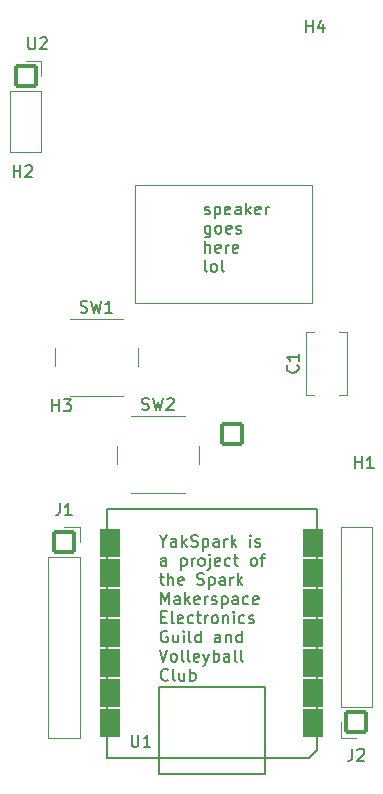
<source format=gto>
%TF.GenerationSoftware,KiCad,Pcbnew,7.0.1*%
%TF.CreationDate,2023-04-13T23:50:02-04:00*%
%TF.ProjectId,YakBak-soldering-kit,59616b42-616b-42d7-936f-6c646572696e,rev?*%
%TF.SameCoordinates,Original*%
%TF.FileFunction,Legend,Top*%
%TF.FilePolarity,Positive*%
%FSLAX46Y46*%
G04 Gerber Fmt 4.6, Leading zero omitted, Abs format (unit mm)*
G04 Created by KiCad (PCBNEW 7.0.1) date 2023-04-13 23:50:02*
%MOMM*%
%LPD*%
G01*
G04 APERTURE LIST*
G04 Aperture macros list*
%AMRoundRect*
0 Rectangle with rounded corners*
0 $1 Rounding radius*
0 $2 $3 $4 $5 $6 $7 $8 $9 X,Y pos of 4 corners*
0 Add a 4 corners polygon primitive as box body*
4,1,4,$2,$3,$4,$5,$6,$7,$8,$9,$2,$3,0*
0 Add four circle primitives for the rounded corners*
1,1,$1+$1,$2,$3*
1,1,$1+$1,$4,$5*
1,1,$1+$1,$6,$7*
1,1,$1+$1,$8,$9*
0 Add four rect primitives between the rounded corners*
20,1,$1+$1,$2,$3,$4,$5,0*
20,1,$1+$1,$4,$5,$6,$7,0*
20,1,$1+$1,$6,$7,$8,$9,0*
20,1,$1+$1,$8,$9,$2,$3,0*%
G04 Aperture macros list end*
%ADD10C,0.050000*%
%ADD11C,0.153000*%
%ADD12C,0.160000*%
%ADD13C,0.120000*%
%ADD14C,0.127000*%
%ADD15RoundRect,0.200000X0.850000X0.850000X-0.850000X0.850000X-0.850000X-0.850000X0.850000X-0.850000X0*%
%ADD16O,2.100000X2.100000*%
%ADD17C,2.400000*%
%ADD18RoundRect,0.200000X-0.850000X-0.850000X0.850000X-0.850000X0.850000X0.850000X-0.850000X0.850000X0*%
%ADD19RoundRect,1.200000X0.875000X0.000000X-0.875000X0.000000X-0.875000X0.000000X0.875000X0.000000X0*%
%ADD20C,2.900000*%
%ADD21C,2.000000*%
%ADD22C,1.800000*%
%ADD23O,1.800000X1.800000*%
%ADD24RoundRect,0.200000X-0.850000X0.850000X-0.850000X-0.850000X0.850000X-0.850000X0.850000X0.850000X0*%
G04 APERTURE END LIST*
D10*
X118540000Y-64168002D02*
X118540000Y-74167999D01*
X103540000Y-74168001D01*
X103540000Y-64168000D01*
X118540000Y-64168002D01*
D11*
X109410476Y-66598000D02*
X109505714Y-66645619D01*
X109505714Y-66645619D02*
X109696190Y-66645619D01*
X109696190Y-66645619D02*
X109791428Y-66598000D01*
X109791428Y-66598000D02*
X109839047Y-66502761D01*
X109839047Y-66502761D02*
X109839047Y-66455142D01*
X109839047Y-66455142D02*
X109791428Y-66359904D01*
X109791428Y-66359904D02*
X109696190Y-66312285D01*
X109696190Y-66312285D02*
X109553333Y-66312285D01*
X109553333Y-66312285D02*
X109458095Y-66264666D01*
X109458095Y-66264666D02*
X109410476Y-66169428D01*
X109410476Y-66169428D02*
X109410476Y-66121809D01*
X109410476Y-66121809D02*
X109458095Y-66026571D01*
X109458095Y-66026571D02*
X109553333Y-65978952D01*
X109553333Y-65978952D02*
X109696190Y-65978952D01*
X109696190Y-65978952D02*
X109791428Y-66026571D01*
X110267619Y-65978952D02*
X110267619Y-66978952D01*
X110267619Y-66026571D02*
X110362857Y-65978952D01*
X110362857Y-65978952D02*
X110553333Y-65978952D01*
X110553333Y-65978952D02*
X110648571Y-66026571D01*
X110648571Y-66026571D02*
X110696190Y-66074190D01*
X110696190Y-66074190D02*
X110743809Y-66169428D01*
X110743809Y-66169428D02*
X110743809Y-66455142D01*
X110743809Y-66455142D02*
X110696190Y-66550380D01*
X110696190Y-66550380D02*
X110648571Y-66598000D01*
X110648571Y-66598000D02*
X110553333Y-66645619D01*
X110553333Y-66645619D02*
X110362857Y-66645619D01*
X110362857Y-66645619D02*
X110267619Y-66598000D01*
X111553333Y-66598000D02*
X111458095Y-66645619D01*
X111458095Y-66645619D02*
X111267619Y-66645619D01*
X111267619Y-66645619D02*
X111172381Y-66598000D01*
X111172381Y-66598000D02*
X111124762Y-66502761D01*
X111124762Y-66502761D02*
X111124762Y-66121809D01*
X111124762Y-66121809D02*
X111172381Y-66026571D01*
X111172381Y-66026571D02*
X111267619Y-65978952D01*
X111267619Y-65978952D02*
X111458095Y-65978952D01*
X111458095Y-65978952D02*
X111553333Y-66026571D01*
X111553333Y-66026571D02*
X111600952Y-66121809D01*
X111600952Y-66121809D02*
X111600952Y-66217047D01*
X111600952Y-66217047D02*
X111124762Y-66312285D01*
X112458095Y-66645619D02*
X112458095Y-66121809D01*
X112458095Y-66121809D02*
X112410476Y-66026571D01*
X112410476Y-66026571D02*
X112315238Y-65978952D01*
X112315238Y-65978952D02*
X112124762Y-65978952D01*
X112124762Y-65978952D02*
X112029524Y-66026571D01*
X112458095Y-66598000D02*
X112362857Y-66645619D01*
X112362857Y-66645619D02*
X112124762Y-66645619D01*
X112124762Y-66645619D02*
X112029524Y-66598000D01*
X112029524Y-66598000D02*
X111981905Y-66502761D01*
X111981905Y-66502761D02*
X111981905Y-66407523D01*
X111981905Y-66407523D02*
X112029524Y-66312285D01*
X112029524Y-66312285D02*
X112124762Y-66264666D01*
X112124762Y-66264666D02*
X112362857Y-66264666D01*
X112362857Y-66264666D02*
X112458095Y-66217047D01*
X112934286Y-66645619D02*
X112934286Y-65645619D01*
X113029524Y-66264666D02*
X113315238Y-66645619D01*
X113315238Y-65978952D02*
X112934286Y-66359904D01*
X114124762Y-66598000D02*
X114029524Y-66645619D01*
X114029524Y-66645619D02*
X113839048Y-66645619D01*
X113839048Y-66645619D02*
X113743810Y-66598000D01*
X113743810Y-66598000D02*
X113696191Y-66502761D01*
X113696191Y-66502761D02*
X113696191Y-66121809D01*
X113696191Y-66121809D02*
X113743810Y-66026571D01*
X113743810Y-66026571D02*
X113839048Y-65978952D01*
X113839048Y-65978952D02*
X114029524Y-65978952D01*
X114029524Y-65978952D02*
X114124762Y-66026571D01*
X114124762Y-66026571D02*
X114172381Y-66121809D01*
X114172381Y-66121809D02*
X114172381Y-66217047D01*
X114172381Y-66217047D02*
X113696191Y-66312285D01*
X114600953Y-66645619D02*
X114600953Y-65978952D01*
X114600953Y-66169428D02*
X114648572Y-66074190D01*
X114648572Y-66074190D02*
X114696191Y-66026571D01*
X114696191Y-66026571D02*
X114791429Y-65978952D01*
X114791429Y-65978952D02*
X114886667Y-65978952D01*
X109886666Y-67598952D02*
X109886666Y-68408476D01*
X109886666Y-68408476D02*
X109839047Y-68503714D01*
X109839047Y-68503714D02*
X109791428Y-68551333D01*
X109791428Y-68551333D02*
X109696190Y-68598952D01*
X109696190Y-68598952D02*
X109553333Y-68598952D01*
X109553333Y-68598952D02*
X109458095Y-68551333D01*
X109886666Y-68218000D02*
X109791428Y-68265619D01*
X109791428Y-68265619D02*
X109600952Y-68265619D01*
X109600952Y-68265619D02*
X109505714Y-68218000D01*
X109505714Y-68218000D02*
X109458095Y-68170380D01*
X109458095Y-68170380D02*
X109410476Y-68075142D01*
X109410476Y-68075142D02*
X109410476Y-67789428D01*
X109410476Y-67789428D02*
X109458095Y-67694190D01*
X109458095Y-67694190D02*
X109505714Y-67646571D01*
X109505714Y-67646571D02*
X109600952Y-67598952D01*
X109600952Y-67598952D02*
X109791428Y-67598952D01*
X109791428Y-67598952D02*
X109886666Y-67646571D01*
X110505714Y-68265619D02*
X110410476Y-68218000D01*
X110410476Y-68218000D02*
X110362857Y-68170380D01*
X110362857Y-68170380D02*
X110315238Y-68075142D01*
X110315238Y-68075142D02*
X110315238Y-67789428D01*
X110315238Y-67789428D02*
X110362857Y-67694190D01*
X110362857Y-67694190D02*
X110410476Y-67646571D01*
X110410476Y-67646571D02*
X110505714Y-67598952D01*
X110505714Y-67598952D02*
X110648571Y-67598952D01*
X110648571Y-67598952D02*
X110743809Y-67646571D01*
X110743809Y-67646571D02*
X110791428Y-67694190D01*
X110791428Y-67694190D02*
X110839047Y-67789428D01*
X110839047Y-67789428D02*
X110839047Y-68075142D01*
X110839047Y-68075142D02*
X110791428Y-68170380D01*
X110791428Y-68170380D02*
X110743809Y-68218000D01*
X110743809Y-68218000D02*
X110648571Y-68265619D01*
X110648571Y-68265619D02*
X110505714Y-68265619D01*
X111648571Y-68218000D02*
X111553333Y-68265619D01*
X111553333Y-68265619D02*
X111362857Y-68265619D01*
X111362857Y-68265619D02*
X111267619Y-68218000D01*
X111267619Y-68218000D02*
X111220000Y-68122761D01*
X111220000Y-68122761D02*
X111220000Y-67741809D01*
X111220000Y-67741809D02*
X111267619Y-67646571D01*
X111267619Y-67646571D02*
X111362857Y-67598952D01*
X111362857Y-67598952D02*
X111553333Y-67598952D01*
X111553333Y-67598952D02*
X111648571Y-67646571D01*
X111648571Y-67646571D02*
X111696190Y-67741809D01*
X111696190Y-67741809D02*
X111696190Y-67837047D01*
X111696190Y-67837047D02*
X111220000Y-67932285D01*
X112077143Y-68218000D02*
X112172381Y-68265619D01*
X112172381Y-68265619D02*
X112362857Y-68265619D01*
X112362857Y-68265619D02*
X112458095Y-68218000D01*
X112458095Y-68218000D02*
X112505714Y-68122761D01*
X112505714Y-68122761D02*
X112505714Y-68075142D01*
X112505714Y-68075142D02*
X112458095Y-67979904D01*
X112458095Y-67979904D02*
X112362857Y-67932285D01*
X112362857Y-67932285D02*
X112220000Y-67932285D01*
X112220000Y-67932285D02*
X112124762Y-67884666D01*
X112124762Y-67884666D02*
X112077143Y-67789428D01*
X112077143Y-67789428D02*
X112077143Y-67741809D01*
X112077143Y-67741809D02*
X112124762Y-67646571D01*
X112124762Y-67646571D02*
X112220000Y-67598952D01*
X112220000Y-67598952D02*
X112362857Y-67598952D01*
X112362857Y-67598952D02*
X112458095Y-67646571D01*
X109458095Y-69885619D02*
X109458095Y-68885619D01*
X109886666Y-69885619D02*
X109886666Y-69361809D01*
X109886666Y-69361809D02*
X109839047Y-69266571D01*
X109839047Y-69266571D02*
X109743809Y-69218952D01*
X109743809Y-69218952D02*
X109600952Y-69218952D01*
X109600952Y-69218952D02*
X109505714Y-69266571D01*
X109505714Y-69266571D02*
X109458095Y-69314190D01*
X110743809Y-69838000D02*
X110648571Y-69885619D01*
X110648571Y-69885619D02*
X110458095Y-69885619D01*
X110458095Y-69885619D02*
X110362857Y-69838000D01*
X110362857Y-69838000D02*
X110315238Y-69742761D01*
X110315238Y-69742761D02*
X110315238Y-69361809D01*
X110315238Y-69361809D02*
X110362857Y-69266571D01*
X110362857Y-69266571D02*
X110458095Y-69218952D01*
X110458095Y-69218952D02*
X110648571Y-69218952D01*
X110648571Y-69218952D02*
X110743809Y-69266571D01*
X110743809Y-69266571D02*
X110791428Y-69361809D01*
X110791428Y-69361809D02*
X110791428Y-69457047D01*
X110791428Y-69457047D02*
X110315238Y-69552285D01*
X111220000Y-69885619D02*
X111220000Y-69218952D01*
X111220000Y-69409428D02*
X111267619Y-69314190D01*
X111267619Y-69314190D02*
X111315238Y-69266571D01*
X111315238Y-69266571D02*
X111410476Y-69218952D01*
X111410476Y-69218952D02*
X111505714Y-69218952D01*
X112220000Y-69838000D02*
X112124762Y-69885619D01*
X112124762Y-69885619D02*
X111934286Y-69885619D01*
X111934286Y-69885619D02*
X111839048Y-69838000D01*
X111839048Y-69838000D02*
X111791429Y-69742761D01*
X111791429Y-69742761D02*
X111791429Y-69361809D01*
X111791429Y-69361809D02*
X111839048Y-69266571D01*
X111839048Y-69266571D02*
X111934286Y-69218952D01*
X111934286Y-69218952D02*
X112124762Y-69218952D01*
X112124762Y-69218952D02*
X112220000Y-69266571D01*
X112220000Y-69266571D02*
X112267619Y-69361809D01*
X112267619Y-69361809D02*
X112267619Y-69457047D01*
X112267619Y-69457047D02*
X111791429Y-69552285D01*
X109600952Y-71505619D02*
X109505714Y-71458000D01*
X109505714Y-71458000D02*
X109458095Y-71362761D01*
X109458095Y-71362761D02*
X109458095Y-70505619D01*
X110124762Y-71505619D02*
X110029524Y-71458000D01*
X110029524Y-71458000D02*
X109981905Y-71410380D01*
X109981905Y-71410380D02*
X109934286Y-71315142D01*
X109934286Y-71315142D02*
X109934286Y-71029428D01*
X109934286Y-71029428D02*
X109981905Y-70934190D01*
X109981905Y-70934190D02*
X110029524Y-70886571D01*
X110029524Y-70886571D02*
X110124762Y-70838952D01*
X110124762Y-70838952D02*
X110267619Y-70838952D01*
X110267619Y-70838952D02*
X110362857Y-70886571D01*
X110362857Y-70886571D02*
X110410476Y-70934190D01*
X110410476Y-70934190D02*
X110458095Y-71029428D01*
X110458095Y-71029428D02*
X110458095Y-71315142D01*
X110458095Y-71315142D02*
X110410476Y-71410380D01*
X110410476Y-71410380D02*
X110362857Y-71458000D01*
X110362857Y-71458000D02*
X110267619Y-71505619D01*
X110267619Y-71505619D02*
X110124762Y-71505619D01*
X111029524Y-71505619D02*
X110934286Y-71458000D01*
X110934286Y-71458000D02*
X110886667Y-71362761D01*
X110886667Y-71362761D02*
X110886667Y-70505619D01*
X105928571Y-94311428D02*
X105928571Y-94787619D01*
X105595238Y-93787619D02*
X105928571Y-94311428D01*
X105928571Y-94311428D02*
X106261904Y-93787619D01*
X107023809Y-94787619D02*
X107023809Y-94263809D01*
X107023809Y-94263809D02*
X106976190Y-94168571D01*
X106976190Y-94168571D02*
X106880952Y-94120952D01*
X106880952Y-94120952D02*
X106690476Y-94120952D01*
X106690476Y-94120952D02*
X106595238Y-94168571D01*
X107023809Y-94740000D02*
X106928571Y-94787619D01*
X106928571Y-94787619D02*
X106690476Y-94787619D01*
X106690476Y-94787619D02*
X106595238Y-94740000D01*
X106595238Y-94740000D02*
X106547619Y-94644761D01*
X106547619Y-94644761D02*
X106547619Y-94549523D01*
X106547619Y-94549523D02*
X106595238Y-94454285D01*
X106595238Y-94454285D02*
X106690476Y-94406666D01*
X106690476Y-94406666D02*
X106928571Y-94406666D01*
X106928571Y-94406666D02*
X107023809Y-94359047D01*
X107500000Y-94787619D02*
X107500000Y-93787619D01*
X107595238Y-94406666D02*
X107880952Y-94787619D01*
X107880952Y-94120952D02*
X107500000Y-94501904D01*
X108261905Y-94740000D02*
X108404762Y-94787619D01*
X108404762Y-94787619D02*
X108642857Y-94787619D01*
X108642857Y-94787619D02*
X108738095Y-94740000D01*
X108738095Y-94740000D02*
X108785714Y-94692380D01*
X108785714Y-94692380D02*
X108833333Y-94597142D01*
X108833333Y-94597142D02*
X108833333Y-94501904D01*
X108833333Y-94501904D02*
X108785714Y-94406666D01*
X108785714Y-94406666D02*
X108738095Y-94359047D01*
X108738095Y-94359047D02*
X108642857Y-94311428D01*
X108642857Y-94311428D02*
X108452381Y-94263809D01*
X108452381Y-94263809D02*
X108357143Y-94216190D01*
X108357143Y-94216190D02*
X108309524Y-94168571D01*
X108309524Y-94168571D02*
X108261905Y-94073333D01*
X108261905Y-94073333D02*
X108261905Y-93978095D01*
X108261905Y-93978095D02*
X108309524Y-93882857D01*
X108309524Y-93882857D02*
X108357143Y-93835238D01*
X108357143Y-93835238D02*
X108452381Y-93787619D01*
X108452381Y-93787619D02*
X108690476Y-93787619D01*
X108690476Y-93787619D02*
X108833333Y-93835238D01*
X109261905Y-94120952D02*
X109261905Y-95120952D01*
X109261905Y-94168571D02*
X109357143Y-94120952D01*
X109357143Y-94120952D02*
X109547619Y-94120952D01*
X109547619Y-94120952D02*
X109642857Y-94168571D01*
X109642857Y-94168571D02*
X109690476Y-94216190D01*
X109690476Y-94216190D02*
X109738095Y-94311428D01*
X109738095Y-94311428D02*
X109738095Y-94597142D01*
X109738095Y-94597142D02*
X109690476Y-94692380D01*
X109690476Y-94692380D02*
X109642857Y-94740000D01*
X109642857Y-94740000D02*
X109547619Y-94787619D01*
X109547619Y-94787619D02*
X109357143Y-94787619D01*
X109357143Y-94787619D02*
X109261905Y-94740000D01*
X110595238Y-94787619D02*
X110595238Y-94263809D01*
X110595238Y-94263809D02*
X110547619Y-94168571D01*
X110547619Y-94168571D02*
X110452381Y-94120952D01*
X110452381Y-94120952D02*
X110261905Y-94120952D01*
X110261905Y-94120952D02*
X110166667Y-94168571D01*
X110595238Y-94740000D02*
X110500000Y-94787619D01*
X110500000Y-94787619D02*
X110261905Y-94787619D01*
X110261905Y-94787619D02*
X110166667Y-94740000D01*
X110166667Y-94740000D02*
X110119048Y-94644761D01*
X110119048Y-94644761D02*
X110119048Y-94549523D01*
X110119048Y-94549523D02*
X110166667Y-94454285D01*
X110166667Y-94454285D02*
X110261905Y-94406666D01*
X110261905Y-94406666D02*
X110500000Y-94406666D01*
X110500000Y-94406666D02*
X110595238Y-94359047D01*
X111071429Y-94787619D02*
X111071429Y-94120952D01*
X111071429Y-94311428D02*
X111119048Y-94216190D01*
X111119048Y-94216190D02*
X111166667Y-94168571D01*
X111166667Y-94168571D02*
X111261905Y-94120952D01*
X111261905Y-94120952D02*
X111357143Y-94120952D01*
X111690477Y-94787619D02*
X111690477Y-93787619D01*
X111785715Y-94406666D02*
X112071429Y-94787619D01*
X112071429Y-94120952D02*
X111690477Y-94501904D01*
X113261906Y-94787619D02*
X113261906Y-94120952D01*
X113261906Y-93787619D02*
X113214287Y-93835238D01*
X113214287Y-93835238D02*
X113261906Y-93882857D01*
X113261906Y-93882857D02*
X113309525Y-93835238D01*
X113309525Y-93835238D02*
X113261906Y-93787619D01*
X113261906Y-93787619D02*
X113261906Y-93882857D01*
X113690477Y-94740000D02*
X113785715Y-94787619D01*
X113785715Y-94787619D02*
X113976191Y-94787619D01*
X113976191Y-94787619D02*
X114071429Y-94740000D01*
X114071429Y-94740000D02*
X114119048Y-94644761D01*
X114119048Y-94644761D02*
X114119048Y-94597142D01*
X114119048Y-94597142D02*
X114071429Y-94501904D01*
X114071429Y-94501904D02*
X113976191Y-94454285D01*
X113976191Y-94454285D02*
X113833334Y-94454285D01*
X113833334Y-94454285D02*
X113738096Y-94406666D01*
X113738096Y-94406666D02*
X113690477Y-94311428D01*
X113690477Y-94311428D02*
X113690477Y-94263809D01*
X113690477Y-94263809D02*
X113738096Y-94168571D01*
X113738096Y-94168571D02*
X113833334Y-94120952D01*
X113833334Y-94120952D02*
X113976191Y-94120952D01*
X113976191Y-94120952D02*
X114071429Y-94168571D01*
X106166666Y-96407619D02*
X106166666Y-95883809D01*
X106166666Y-95883809D02*
X106119047Y-95788571D01*
X106119047Y-95788571D02*
X106023809Y-95740952D01*
X106023809Y-95740952D02*
X105833333Y-95740952D01*
X105833333Y-95740952D02*
X105738095Y-95788571D01*
X106166666Y-96360000D02*
X106071428Y-96407619D01*
X106071428Y-96407619D02*
X105833333Y-96407619D01*
X105833333Y-96407619D02*
X105738095Y-96360000D01*
X105738095Y-96360000D02*
X105690476Y-96264761D01*
X105690476Y-96264761D02*
X105690476Y-96169523D01*
X105690476Y-96169523D02*
X105738095Y-96074285D01*
X105738095Y-96074285D02*
X105833333Y-96026666D01*
X105833333Y-96026666D02*
X106071428Y-96026666D01*
X106071428Y-96026666D02*
X106166666Y-95979047D01*
X107404762Y-95740952D02*
X107404762Y-96740952D01*
X107404762Y-95788571D02*
X107500000Y-95740952D01*
X107500000Y-95740952D02*
X107690476Y-95740952D01*
X107690476Y-95740952D02*
X107785714Y-95788571D01*
X107785714Y-95788571D02*
X107833333Y-95836190D01*
X107833333Y-95836190D02*
X107880952Y-95931428D01*
X107880952Y-95931428D02*
X107880952Y-96217142D01*
X107880952Y-96217142D02*
X107833333Y-96312380D01*
X107833333Y-96312380D02*
X107785714Y-96360000D01*
X107785714Y-96360000D02*
X107690476Y-96407619D01*
X107690476Y-96407619D02*
X107500000Y-96407619D01*
X107500000Y-96407619D02*
X107404762Y-96360000D01*
X108309524Y-96407619D02*
X108309524Y-95740952D01*
X108309524Y-95931428D02*
X108357143Y-95836190D01*
X108357143Y-95836190D02*
X108404762Y-95788571D01*
X108404762Y-95788571D02*
X108500000Y-95740952D01*
X108500000Y-95740952D02*
X108595238Y-95740952D01*
X109071429Y-96407619D02*
X108976191Y-96360000D01*
X108976191Y-96360000D02*
X108928572Y-96312380D01*
X108928572Y-96312380D02*
X108880953Y-96217142D01*
X108880953Y-96217142D02*
X108880953Y-95931428D01*
X108880953Y-95931428D02*
X108928572Y-95836190D01*
X108928572Y-95836190D02*
X108976191Y-95788571D01*
X108976191Y-95788571D02*
X109071429Y-95740952D01*
X109071429Y-95740952D02*
X109214286Y-95740952D01*
X109214286Y-95740952D02*
X109309524Y-95788571D01*
X109309524Y-95788571D02*
X109357143Y-95836190D01*
X109357143Y-95836190D02*
X109404762Y-95931428D01*
X109404762Y-95931428D02*
X109404762Y-96217142D01*
X109404762Y-96217142D02*
X109357143Y-96312380D01*
X109357143Y-96312380D02*
X109309524Y-96360000D01*
X109309524Y-96360000D02*
X109214286Y-96407619D01*
X109214286Y-96407619D02*
X109071429Y-96407619D01*
X109833334Y-95740952D02*
X109833334Y-96598095D01*
X109833334Y-96598095D02*
X109785715Y-96693333D01*
X109785715Y-96693333D02*
X109690477Y-96740952D01*
X109690477Y-96740952D02*
X109642858Y-96740952D01*
X109833334Y-95407619D02*
X109785715Y-95455238D01*
X109785715Y-95455238D02*
X109833334Y-95502857D01*
X109833334Y-95502857D02*
X109880953Y-95455238D01*
X109880953Y-95455238D02*
X109833334Y-95407619D01*
X109833334Y-95407619D02*
X109833334Y-95502857D01*
X110690476Y-96360000D02*
X110595238Y-96407619D01*
X110595238Y-96407619D02*
X110404762Y-96407619D01*
X110404762Y-96407619D02*
X110309524Y-96360000D01*
X110309524Y-96360000D02*
X110261905Y-96264761D01*
X110261905Y-96264761D02*
X110261905Y-95883809D01*
X110261905Y-95883809D02*
X110309524Y-95788571D01*
X110309524Y-95788571D02*
X110404762Y-95740952D01*
X110404762Y-95740952D02*
X110595238Y-95740952D01*
X110595238Y-95740952D02*
X110690476Y-95788571D01*
X110690476Y-95788571D02*
X110738095Y-95883809D01*
X110738095Y-95883809D02*
X110738095Y-95979047D01*
X110738095Y-95979047D02*
X110261905Y-96074285D01*
X111595238Y-96360000D02*
X111500000Y-96407619D01*
X111500000Y-96407619D02*
X111309524Y-96407619D01*
X111309524Y-96407619D02*
X111214286Y-96360000D01*
X111214286Y-96360000D02*
X111166667Y-96312380D01*
X111166667Y-96312380D02*
X111119048Y-96217142D01*
X111119048Y-96217142D02*
X111119048Y-95931428D01*
X111119048Y-95931428D02*
X111166667Y-95836190D01*
X111166667Y-95836190D02*
X111214286Y-95788571D01*
X111214286Y-95788571D02*
X111309524Y-95740952D01*
X111309524Y-95740952D02*
X111500000Y-95740952D01*
X111500000Y-95740952D02*
X111595238Y-95788571D01*
X111880953Y-95740952D02*
X112261905Y-95740952D01*
X112023810Y-95407619D02*
X112023810Y-96264761D01*
X112023810Y-96264761D02*
X112071429Y-96360000D01*
X112071429Y-96360000D02*
X112166667Y-96407619D01*
X112166667Y-96407619D02*
X112261905Y-96407619D01*
X113500001Y-96407619D02*
X113404763Y-96360000D01*
X113404763Y-96360000D02*
X113357144Y-96312380D01*
X113357144Y-96312380D02*
X113309525Y-96217142D01*
X113309525Y-96217142D02*
X113309525Y-95931428D01*
X113309525Y-95931428D02*
X113357144Y-95836190D01*
X113357144Y-95836190D02*
X113404763Y-95788571D01*
X113404763Y-95788571D02*
X113500001Y-95740952D01*
X113500001Y-95740952D02*
X113642858Y-95740952D01*
X113642858Y-95740952D02*
X113738096Y-95788571D01*
X113738096Y-95788571D02*
X113785715Y-95836190D01*
X113785715Y-95836190D02*
X113833334Y-95931428D01*
X113833334Y-95931428D02*
X113833334Y-96217142D01*
X113833334Y-96217142D02*
X113785715Y-96312380D01*
X113785715Y-96312380D02*
X113738096Y-96360000D01*
X113738096Y-96360000D02*
X113642858Y-96407619D01*
X113642858Y-96407619D02*
X113500001Y-96407619D01*
X114119049Y-95740952D02*
X114500001Y-95740952D01*
X114261906Y-96407619D02*
X114261906Y-95550476D01*
X114261906Y-95550476D02*
X114309525Y-95455238D01*
X114309525Y-95455238D02*
X114404763Y-95407619D01*
X114404763Y-95407619D02*
X114500001Y-95407619D01*
X105595238Y-97360952D02*
X105976190Y-97360952D01*
X105738095Y-97027619D02*
X105738095Y-97884761D01*
X105738095Y-97884761D02*
X105785714Y-97980000D01*
X105785714Y-97980000D02*
X105880952Y-98027619D01*
X105880952Y-98027619D02*
X105976190Y-98027619D01*
X106309524Y-98027619D02*
X106309524Y-97027619D01*
X106738095Y-98027619D02*
X106738095Y-97503809D01*
X106738095Y-97503809D02*
X106690476Y-97408571D01*
X106690476Y-97408571D02*
X106595238Y-97360952D01*
X106595238Y-97360952D02*
X106452381Y-97360952D01*
X106452381Y-97360952D02*
X106357143Y-97408571D01*
X106357143Y-97408571D02*
X106309524Y-97456190D01*
X107595238Y-97980000D02*
X107500000Y-98027619D01*
X107500000Y-98027619D02*
X107309524Y-98027619D01*
X107309524Y-98027619D02*
X107214286Y-97980000D01*
X107214286Y-97980000D02*
X107166667Y-97884761D01*
X107166667Y-97884761D02*
X107166667Y-97503809D01*
X107166667Y-97503809D02*
X107214286Y-97408571D01*
X107214286Y-97408571D02*
X107309524Y-97360952D01*
X107309524Y-97360952D02*
X107500000Y-97360952D01*
X107500000Y-97360952D02*
X107595238Y-97408571D01*
X107595238Y-97408571D02*
X107642857Y-97503809D01*
X107642857Y-97503809D02*
X107642857Y-97599047D01*
X107642857Y-97599047D02*
X107166667Y-97694285D01*
X108785715Y-97980000D02*
X108928572Y-98027619D01*
X108928572Y-98027619D02*
X109166667Y-98027619D01*
X109166667Y-98027619D02*
X109261905Y-97980000D01*
X109261905Y-97980000D02*
X109309524Y-97932380D01*
X109309524Y-97932380D02*
X109357143Y-97837142D01*
X109357143Y-97837142D02*
X109357143Y-97741904D01*
X109357143Y-97741904D02*
X109309524Y-97646666D01*
X109309524Y-97646666D02*
X109261905Y-97599047D01*
X109261905Y-97599047D02*
X109166667Y-97551428D01*
X109166667Y-97551428D02*
X108976191Y-97503809D01*
X108976191Y-97503809D02*
X108880953Y-97456190D01*
X108880953Y-97456190D02*
X108833334Y-97408571D01*
X108833334Y-97408571D02*
X108785715Y-97313333D01*
X108785715Y-97313333D02*
X108785715Y-97218095D01*
X108785715Y-97218095D02*
X108833334Y-97122857D01*
X108833334Y-97122857D02*
X108880953Y-97075238D01*
X108880953Y-97075238D02*
X108976191Y-97027619D01*
X108976191Y-97027619D02*
X109214286Y-97027619D01*
X109214286Y-97027619D02*
X109357143Y-97075238D01*
X109785715Y-97360952D02*
X109785715Y-98360952D01*
X109785715Y-97408571D02*
X109880953Y-97360952D01*
X109880953Y-97360952D02*
X110071429Y-97360952D01*
X110071429Y-97360952D02*
X110166667Y-97408571D01*
X110166667Y-97408571D02*
X110214286Y-97456190D01*
X110214286Y-97456190D02*
X110261905Y-97551428D01*
X110261905Y-97551428D02*
X110261905Y-97837142D01*
X110261905Y-97837142D02*
X110214286Y-97932380D01*
X110214286Y-97932380D02*
X110166667Y-97980000D01*
X110166667Y-97980000D02*
X110071429Y-98027619D01*
X110071429Y-98027619D02*
X109880953Y-98027619D01*
X109880953Y-98027619D02*
X109785715Y-97980000D01*
X111119048Y-98027619D02*
X111119048Y-97503809D01*
X111119048Y-97503809D02*
X111071429Y-97408571D01*
X111071429Y-97408571D02*
X110976191Y-97360952D01*
X110976191Y-97360952D02*
X110785715Y-97360952D01*
X110785715Y-97360952D02*
X110690477Y-97408571D01*
X111119048Y-97980000D02*
X111023810Y-98027619D01*
X111023810Y-98027619D02*
X110785715Y-98027619D01*
X110785715Y-98027619D02*
X110690477Y-97980000D01*
X110690477Y-97980000D02*
X110642858Y-97884761D01*
X110642858Y-97884761D02*
X110642858Y-97789523D01*
X110642858Y-97789523D02*
X110690477Y-97694285D01*
X110690477Y-97694285D02*
X110785715Y-97646666D01*
X110785715Y-97646666D02*
X111023810Y-97646666D01*
X111023810Y-97646666D02*
X111119048Y-97599047D01*
X111595239Y-98027619D02*
X111595239Y-97360952D01*
X111595239Y-97551428D02*
X111642858Y-97456190D01*
X111642858Y-97456190D02*
X111690477Y-97408571D01*
X111690477Y-97408571D02*
X111785715Y-97360952D01*
X111785715Y-97360952D02*
X111880953Y-97360952D01*
X112214287Y-98027619D02*
X112214287Y-97027619D01*
X112309525Y-97646666D02*
X112595239Y-98027619D01*
X112595239Y-97360952D02*
X112214287Y-97741904D01*
X105738095Y-99647619D02*
X105738095Y-98647619D01*
X105738095Y-98647619D02*
X106071428Y-99361904D01*
X106071428Y-99361904D02*
X106404761Y-98647619D01*
X106404761Y-98647619D02*
X106404761Y-99647619D01*
X107309523Y-99647619D02*
X107309523Y-99123809D01*
X107309523Y-99123809D02*
X107261904Y-99028571D01*
X107261904Y-99028571D02*
X107166666Y-98980952D01*
X107166666Y-98980952D02*
X106976190Y-98980952D01*
X106976190Y-98980952D02*
X106880952Y-99028571D01*
X107309523Y-99600000D02*
X107214285Y-99647619D01*
X107214285Y-99647619D02*
X106976190Y-99647619D01*
X106976190Y-99647619D02*
X106880952Y-99600000D01*
X106880952Y-99600000D02*
X106833333Y-99504761D01*
X106833333Y-99504761D02*
X106833333Y-99409523D01*
X106833333Y-99409523D02*
X106880952Y-99314285D01*
X106880952Y-99314285D02*
X106976190Y-99266666D01*
X106976190Y-99266666D02*
X107214285Y-99266666D01*
X107214285Y-99266666D02*
X107309523Y-99219047D01*
X107785714Y-99647619D02*
X107785714Y-98647619D01*
X107880952Y-99266666D02*
X108166666Y-99647619D01*
X108166666Y-98980952D02*
X107785714Y-99361904D01*
X108976190Y-99600000D02*
X108880952Y-99647619D01*
X108880952Y-99647619D02*
X108690476Y-99647619D01*
X108690476Y-99647619D02*
X108595238Y-99600000D01*
X108595238Y-99600000D02*
X108547619Y-99504761D01*
X108547619Y-99504761D02*
X108547619Y-99123809D01*
X108547619Y-99123809D02*
X108595238Y-99028571D01*
X108595238Y-99028571D02*
X108690476Y-98980952D01*
X108690476Y-98980952D02*
X108880952Y-98980952D01*
X108880952Y-98980952D02*
X108976190Y-99028571D01*
X108976190Y-99028571D02*
X109023809Y-99123809D01*
X109023809Y-99123809D02*
X109023809Y-99219047D01*
X109023809Y-99219047D02*
X108547619Y-99314285D01*
X109452381Y-99647619D02*
X109452381Y-98980952D01*
X109452381Y-99171428D02*
X109500000Y-99076190D01*
X109500000Y-99076190D02*
X109547619Y-99028571D01*
X109547619Y-99028571D02*
X109642857Y-98980952D01*
X109642857Y-98980952D02*
X109738095Y-98980952D01*
X110023810Y-99600000D02*
X110119048Y-99647619D01*
X110119048Y-99647619D02*
X110309524Y-99647619D01*
X110309524Y-99647619D02*
X110404762Y-99600000D01*
X110404762Y-99600000D02*
X110452381Y-99504761D01*
X110452381Y-99504761D02*
X110452381Y-99457142D01*
X110452381Y-99457142D02*
X110404762Y-99361904D01*
X110404762Y-99361904D02*
X110309524Y-99314285D01*
X110309524Y-99314285D02*
X110166667Y-99314285D01*
X110166667Y-99314285D02*
X110071429Y-99266666D01*
X110071429Y-99266666D02*
X110023810Y-99171428D01*
X110023810Y-99171428D02*
X110023810Y-99123809D01*
X110023810Y-99123809D02*
X110071429Y-99028571D01*
X110071429Y-99028571D02*
X110166667Y-98980952D01*
X110166667Y-98980952D02*
X110309524Y-98980952D01*
X110309524Y-98980952D02*
X110404762Y-99028571D01*
X110880953Y-98980952D02*
X110880953Y-99980952D01*
X110880953Y-99028571D02*
X110976191Y-98980952D01*
X110976191Y-98980952D02*
X111166667Y-98980952D01*
X111166667Y-98980952D02*
X111261905Y-99028571D01*
X111261905Y-99028571D02*
X111309524Y-99076190D01*
X111309524Y-99076190D02*
X111357143Y-99171428D01*
X111357143Y-99171428D02*
X111357143Y-99457142D01*
X111357143Y-99457142D02*
X111309524Y-99552380D01*
X111309524Y-99552380D02*
X111261905Y-99600000D01*
X111261905Y-99600000D02*
X111166667Y-99647619D01*
X111166667Y-99647619D02*
X110976191Y-99647619D01*
X110976191Y-99647619D02*
X110880953Y-99600000D01*
X112214286Y-99647619D02*
X112214286Y-99123809D01*
X112214286Y-99123809D02*
X112166667Y-99028571D01*
X112166667Y-99028571D02*
X112071429Y-98980952D01*
X112071429Y-98980952D02*
X111880953Y-98980952D01*
X111880953Y-98980952D02*
X111785715Y-99028571D01*
X112214286Y-99600000D02*
X112119048Y-99647619D01*
X112119048Y-99647619D02*
X111880953Y-99647619D01*
X111880953Y-99647619D02*
X111785715Y-99600000D01*
X111785715Y-99600000D02*
X111738096Y-99504761D01*
X111738096Y-99504761D02*
X111738096Y-99409523D01*
X111738096Y-99409523D02*
X111785715Y-99314285D01*
X111785715Y-99314285D02*
X111880953Y-99266666D01*
X111880953Y-99266666D02*
X112119048Y-99266666D01*
X112119048Y-99266666D02*
X112214286Y-99219047D01*
X113119048Y-99600000D02*
X113023810Y-99647619D01*
X113023810Y-99647619D02*
X112833334Y-99647619D01*
X112833334Y-99647619D02*
X112738096Y-99600000D01*
X112738096Y-99600000D02*
X112690477Y-99552380D01*
X112690477Y-99552380D02*
X112642858Y-99457142D01*
X112642858Y-99457142D02*
X112642858Y-99171428D01*
X112642858Y-99171428D02*
X112690477Y-99076190D01*
X112690477Y-99076190D02*
X112738096Y-99028571D01*
X112738096Y-99028571D02*
X112833334Y-98980952D01*
X112833334Y-98980952D02*
X113023810Y-98980952D01*
X113023810Y-98980952D02*
X113119048Y-99028571D01*
X113928572Y-99600000D02*
X113833334Y-99647619D01*
X113833334Y-99647619D02*
X113642858Y-99647619D01*
X113642858Y-99647619D02*
X113547620Y-99600000D01*
X113547620Y-99600000D02*
X113500001Y-99504761D01*
X113500001Y-99504761D02*
X113500001Y-99123809D01*
X113500001Y-99123809D02*
X113547620Y-99028571D01*
X113547620Y-99028571D02*
X113642858Y-98980952D01*
X113642858Y-98980952D02*
X113833334Y-98980952D01*
X113833334Y-98980952D02*
X113928572Y-99028571D01*
X113928572Y-99028571D02*
X113976191Y-99123809D01*
X113976191Y-99123809D02*
X113976191Y-99219047D01*
X113976191Y-99219047D02*
X113500001Y-99314285D01*
X105738095Y-100743809D02*
X106071428Y-100743809D01*
X106214285Y-101267619D02*
X105738095Y-101267619D01*
X105738095Y-101267619D02*
X105738095Y-100267619D01*
X105738095Y-100267619D02*
X106214285Y-100267619D01*
X106785714Y-101267619D02*
X106690476Y-101220000D01*
X106690476Y-101220000D02*
X106642857Y-101124761D01*
X106642857Y-101124761D02*
X106642857Y-100267619D01*
X107547619Y-101220000D02*
X107452381Y-101267619D01*
X107452381Y-101267619D02*
X107261905Y-101267619D01*
X107261905Y-101267619D02*
X107166667Y-101220000D01*
X107166667Y-101220000D02*
X107119048Y-101124761D01*
X107119048Y-101124761D02*
X107119048Y-100743809D01*
X107119048Y-100743809D02*
X107166667Y-100648571D01*
X107166667Y-100648571D02*
X107261905Y-100600952D01*
X107261905Y-100600952D02*
X107452381Y-100600952D01*
X107452381Y-100600952D02*
X107547619Y-100648571D01*
X107547619Y-100648571D02*
X107595238Y-100743809D01*
X107595238Y-100743809D02*
X107595238Y-100839047D01*
X107595238Y-100839047D02*
X107119048Y-100934285D01*
X108452381Y-101220000D02*
X108357143Y-101267619D01*
X108357143Y-101267619D02*
X108166667Y-101267619D01*
X108166667Y-101267619D02*
X108071429Y-101220000D01*
X108071429Y-101220000D02*
X108023810Y-101172380D01*
X108023810Y-101172380D02*
X107976191Y-101077142D01*
X107976191Y-101077142D02*
X107976191Y-100791428D01*
X107976191Y-100791428D02*
X108023810Y-100696190D01*
X108023810Y-100696190D02*
X108071429Y-100648571D01*
X108071429Y-100648571D02*
X108166667Y-100600952D01*
X108166667Y-100600952D02*
X108357143Y-100600952D01*
X108357143Y-100600952D02*
X108452381Y-100648571D01*
X108738096Y-100600952D02*
X109119048Y-100600952D01*
X108880953Y-100267619D02*
X108880953Y-101124761D01*
X108880953Y-101124761D02*
X108928572Y-101220000D01*
X108928572Y-101220000D02*
X109023810Y-101267619D01*
X109023810Y-101267619D02*
X109119048Y-101267619D01*
X109452382Y-101267619D02*
X109452382Y-100600952D01*
X109452382Y-100791428D02*
X109500001Y-100696190D01*
X109500001Y-100696190D02*
X109547620Y-100648571D01*
X109547620Y-100648571D02*
X109642858Y-100600952D01*
X109642858Y-100600952D02*
X109738096Y-100600952D01*
X110214287Y-101267619D02*
X110119049Y-101220000D01*
X110119049Y-101220000D02*
X110071430Y-101172380D01*
X110071430Y-101172380D02*
X110023811Y-101077142D01*
X110023811Y-101077142D02*
X110023811Y-100791428D01*
X110023811Y-100791428D02*
X110071430Y-100696190D01*
X110071430Y-100696190D02*
X110119049Y-100648571D01*
X110119049Y-100648571D02*
X110214287Y-100600952D01*
X110214287Y-100600952D02*
X110357144Y-100600952D01*
X110357144Y-100600952D02*
X110452382Y-100648571D01*
X110452382Y-100648571D02*
X110500001Y-100696190D01*
X110500001Y-100696190D02*
X110547620Y-100791428D01*
X110547620Y-100791428D02*
X110547620Y-101077142D01*
X110547620Y-101077142D02*
X110500001Y-101172380D01*
X110500001Y-101172380D02*
X110452382Y-101220000D01*
X110452382Y-101220000D02*
X110357144Y-101267619D01*
X110357144Y-101267619D02*
X110214287Y-101267619D01*
X110976192Y-100600952D02*
X110976192Y-101267619D01*
X110976192Y-100696190D02*
X111023811Y-100648571D01*
X111023811Y-100648571D02*
X111119049Y-100600952D01*
X111119049Y-100600952D02*
X111261906Y-100600952D01*
X111261906Y-100600952D02*
X111357144Y-100648571D01*
X111357144Y-100648571D02*
X111404763Y-100743809D01*
X111404763Y-100743809D02*
X111404763Y-101267619D01*
X111880954Y-101267619D02*
X111880954Y-100600952D01*
X111880954Y-100267619D02*
X111833335Y-100315238D01*
X111833335Y-100315238D02*
X111880954Y-100362857D01*
X111880954Y-100362857D02*
X111928573Y-100315238D01*
X111928573Y-100315238D02*
X111880954Y-100267619D01*
X111880954Y-100267619D02*
X111880954Y-100362857D01*
X112785715Y-101220000D02*
X112690477Y-101267619D01*
X112690477Y-101267619D02*
X112500001Y-101267619D01*
X112500001Y-101267619D02*
X112404763Y-101220000D01*
X112404763Y-101220000D02*
X112357144Y-101172380D01*
X112357144Y-101172380D02*
X112309525Y-101077142D01*
X112309525Y-101077142D02*
X112309525Y-100791428D01*
X112309525Y-100791428D02*
X112357144Y-100696190D01*
X112357144Y-100696190D02*
X112404763Y-100648571D01*
X112404763Y-100648571D02*
X112500001Y-100600952D01*
X112500001Y-100600952D02*
X112690477Y-100600952D01*
X112690477Y-100600952D02*
X112785715Y-100648571D01*
X113166668Y-101220000D02*
X113261906Y-101267619D01*
X113261906Y-101267619D02*
X113452382Y-101267619D01*
X113452382Y-101267619D02*
X113547620Y-101220000D01*
X113547620Y-101220000D02*
X113595239Y-101124761D01*
X113595239Y-101124761D02*
X113595239Y-101077142D01*
X113595239Y-101077142D02*
X113547620Y-100981904D01*
X113547620Y-100981904D02*
X113452382Y-100934285D01*
X113452382Y-100934285D02*
X113309525Y-100934285D01*
X113309525Y-100934285D02*
X113214287Y-100886666D01*
X113214287Y-100886666D02*
X113166668Y-100791428D01*
X113166668Y-100791428D02*
X113166668Y-100743809D01*
X113166668Y-100743809D02*
X113214287Y-100648571D01*
X113214287Y-100648571D02*
X113309525Y-100600952D01*
X113309525Y-100600952D02*
X113452382Y-100600952D01*
X113452382Y-100600952D02*
X113547620Y-100648571D01*
X106261904Y-101935238D02*
X106166666Y-101887619D01*
X106166666Y-101887619D02*
X106023809Y-101887619D01*
X106023809Y-101887619D02*
X105880952Y-101935238D01*
X105880952Y-101935238D02*
X105785714Y-102030476D01*
X105785714Y-102030476D02*
X105738095Y-102125714D01*
X105738095Y-102125714D02*
X105690476Y-102316190D01*
X105690476Y-102316190D02*
X105690476Y-102459047D01*
X105690476Y-102459047D02*
X105738095Y-102649523D01*
X105738095Y-102649523D02*
X105785714Y-102744761D01*
X105785714Y-102744761D02*
X105880952Y-102840000D01*
X105880952Y-102840000D02*
X106023809Y-102887619D01*
X106023809Y-102887619D02*
X106119047Y-102887619D01*
X106119047Y-102887619D02*
X106261904Y-102840000D01*
X106261904Y-102840000D02*
X106309523Y-102792380D01*
X106309523Y-102792380D02*
X106309523Y-102459047D01*
X106309523Y-102459047D02*
X106119047Y-102459047D01*
X107166666Y-102220952D02*
X107166666Y-102887619D01*
X106738095Y-102220952D02*
X106738095Y-102744761D01*
X106738095Y-102744761D02*
X106785714Y-102840000D01*
X106785714Y-102840000D02*
X106880952Y-102887619D01*
X106880952Y-102887619D02*
X107023809Y-102887619D01*
X107023809Y-102887619D02*
X107119047Y-102840000D01*
X107119047Y-102840000D02*
X107166666Y-102792380D01*
X107642857Y-102887619D02*
X107642857Y-102220952D01*
X107642857Y-101887619D02*
X107595238Y-101935238D01*
X107595238Y-101935238D02*
X107642857Y-101982857D01*
X107642857Y-101982857D02*
X107690476Y-101935238D01*
X107690476Y-101935238D02*
X107642857Y-101887619D01*
X107642857Y-101887619D02*
X107642857Y-101982857D01*
X108261904Y-102887619D02*
X108166666Y-102840000D01*
X108166666Y-102840000D02*
X108119047Y-102744761D01*
X108119047Y-102744761D02*
X108119047Y-101887619D01*
X109071428Y-102887619D02*
X109071428Y-101887619D01*
X109071428Y-102840000D02*
X108976190Y-102887619D01*
X108976190Y-102887619D02*
X108785714Y-102887619D01*
X108785714Y-102887619D02*
X108690476Y-102840000D01*
X108690476Y-102840000D02*
X108642857Y-102792380D01*
X108642857Y-102792380D02*
X108595238Y-102697142D01*
X108595238Y-102697142D02*
X108595238Y-102411428D01*
X108595238Y-102411428D02*
X108642857Y-102316190D01*
X108642857Y-102316190D02*
X108690476Y-102268571D01*
X108690476Y-102268571D02*
X108785714Y-102220952D01*
X108785714Y-102220952D02*
X108976190Y-102220952D01*
X108976190Y-102220952D02*
X109071428Y-102268571D01*
X110738095Y-102887619D02*
X110738095Y-102363809D01*
X110738095Y-102363809D02*
X110690476Y-102268571D01*
X110690476Y-102268571D02*
X110595238Y-102220952D01*
X110595238Y-102220952D02*
X110404762Y-102220952D01*
X110404762Y-102220952D02*
X110309524Y-102268571D01*
X110738095Y-102840000D02*
X110642857Y-102887619D01*
X110642857Y-102887619D02*
X110404762Y-102887619D01*
X110404762Y-102887619D02*
X110309524Y-102840000D01*
X110309524Y-102840000D02*
X110261905Y-102744761D01*
X110261905Y-102744761D02*
X110261905Y-102649523D01*
X110261905Y-102649523D02*
X110309524Y-102554285D01*
X110309524Y-102554285D02*
X110404762Y-102506666D01*
X110404762Y-102506666D02*
X110642857Y-102506666D01*
X110642857Y-102506666D02*
X110738095Y-102459047D01*
X111214286Y-102220952D02*
X111214286Y-102887619D01*
X111214286Y-102316190D02*
X111261905Y-102268571D01*
X111261905Y-102268571D02*
X111357143Y-102220952D01*
X111357143Y-102220952D02*
X111500000Y-102220952D01*
X111500000Y-102220952D02*
X111595238Y-102268571D01*
X111595238Y-102268571D02*
X111642857Y-102363809D01*
X111642857Y-102363809D02*
X111642857Y-102887619D01*
X112547619Y-102887619D02*
X112547619Y-101887619D01*
X112547619Y-102840000D02*
X112452381Y-102887619D01*
X112452381Y-102887619D02*
X112261905Y-102887619D01*
X112261905Y-102887619D02*
X112166667Y-102840000D01*
X112166667Y-102840000D02*
X112119048Y-102792380D01*
X112119048Y-102792380D02*
X112071429Y-102697142D01*
X112071429Y-102697142D02*
X112071429Y-102411428D01*
X112071429Y-102411428D02*
X112119048Y-102316190D01*
X112119048Y-102316190D02*
X112166667Y-102268571D01*
X112166667Y-102268571D02*
X112261905Y-102220952D01*
X112261905Y-102220952D02*
X112452381Y-102220952D01*
X112452381Y-102220952D02*
X112547619Y-102268571D01*
X105595238Y-103507619D02*
X105928571Y-104507619D01*
X105928571Y-104507619D02*
X106261904Y-103507619D01*
X106738095Y-104507619D02*
X106642857Y-104460000D01*
X106642857Y-104460000D02*
X106595238Y-104412380D01*
X106595238Y-104412380D02*
X106547619Y-104317142D01*
X106547619Y-104317142D02*
X106547619Y-104031428D01*
X106547619Y-104031428D02*
X106595238Y-103936190D01*
X106595238Y-103936190D02*
X106642857Y-103888571D01*
X106642857Y-103888571D02*
X106738095Y-103840952D01*
X106738095Y-103840952D02*
X106880952Y-103840952D01*
X106880952Y-103840952D02*
X106976190Y-103888571D01*
X106976190Y-103888571D02*
X107023809Y-103936190D01*
X107023809Y-103936190D02*
X107071428Y-104031428D01*
X107071428Y-104031428D02*
X107071428Y-104317142D01*
X107071428Y-104317142D02*
X107023809Y-104412380D01*
X107023809Y-104412380D02*
X106976190Y-104460000D01*
X106976190Y-104460000D02*
X106880952Y-104507619D01*
X106880952Y-104507619D02*
X106738095Y-104507619D01*
X107642857Y-104507619D02*
X107547619Y-104460000D01*
X107547619Y-104460000D02*
X107500000Y-104364761D01*
X107500000Y-104364761D02*
X107500000Y-103507619D01*
X108166667Y-104507619D02*
X108071429Y-104460000D01*
X108071429Y-104460000D02*
X108023810Y-104364761D01*
X108023810Y-104364761D02*
X108023810Y-103507619D01*
X108928572Y-104460000D02*
X108833334Y-104507619D01*
X108833334Y-104507619D02*
X108642858Y-104507619D01*
X108642858Y-104507619D02*
X108547620Y-104460000D01*
X108547620Y-104460000D02*
X108500001Y-104364761D01*
X108500001Y-104364761D02*
X108500001Y-103983809D01*
X108500001Y-103983809D02*
X108547620Y-103888571D01*
X108547620Y-103888571D02*
X108642858Y-103840952D01*
X108642858Y-103840952D02*
X108833334Y-103840952D01*
X108833334Y-103840952D02*
X108928572Y-103888571D01*
X108928572Y-103888571D02*
X108976191Y-103983809D01*
X108976191Y-103983809D02*
X108976191Y-104079047D01*
X108976191Y-104079047D02*
X108500001Y-104174285D01*
X109309525Y-103840952D02*
X109547620Y-104507619D01*
X109785715Y-103840952D02*
X109547620Y-104507619D01*
X109547620Y-104507619D02*
X109452382Y-104745714D01*
X109452382Y-104745714D02*
X109404763Y-104793333D01*
X109404763Y-104793333D02*
X109309525Y-104840952D01*
X110166668Y-104507619D02*
X110166668Y-103507619D01*
X110166668Y-103888571D02*
X110261906Y-103840952D01*
X110261906Y-103840952D02*
X110452382Y-103840952D01*
X110452382Y-103840952D02*
X110547620Y-103888571D01*
X110547620Y-103888571D02*
X110595239Y-103936190D01*
X110595239Y-103936190D02*
X110642858Y-104031428D01*
X110642858Y-104031428D02*
X110642858Y-104317142D01*
X110642858Y-104317142D02*
X110595239Y-104412380D01*
X110595239Y-104412380D02*
X110547620Y-104460000D01*
X110547620Y-104460000D02*
X110452382Y-104507619D01*
X110452382Y-104507619D02*
X110261906Y-104507619D01*
X110261906Y-104507619D02*
X110166668Y-104460000D01*
X111500001Y-104507619D02*
X111500001Y-103983809D01*
X111500001Y-103983809D02*
X111452382Y-103888571D01*
X111452382Y-103888571D02*
X111357144Y-103840952D01*
X111357144Y-103840952D02*
X111166668Y-103840952D01*
X111166668Y-103840952D02*
X111071430Y-103888571D01*
X111500001Y-104460000D02*
X111404763Y-104507619D01*
X111404763Y-104507619D02*
X111166668Y-104507619D01*
X111166668Y-104507619D02*
X111071430Y-104460000D01*
X111071430Y-104460000D02*
X111023811Y-104364761D01*
X111023811Y-104364761D02*
X111023811Y-104269523D01*
X111023811Y-104269523D02*
X111071430Y-104174285D01*
X111071430Y-104174285D02*
X111166668Y-104126666D01*
X111166668Y-104126666D02*
X111404763Y-104126666D01*
X111404763Y-104126666D02*
X111500001Y-104079047D01*
X112119049Y-104507619D02*
X112023811Y-104460000D01*
X112023811Y-104460000D02*
X111976192Y-104364761D01*
X111976192Y-104364761D02*
X111976192Y-103507619D01*
X112642859Y-104507619D02*
X112547621Y-104460000D01*
X112547621Y-104460000D02*
X112500002Y-104364761D01*
X112500002Y-104364761D02*
X112500002Y-103507619D01*
X106309523Y-106032380D02*
X106261904Y-106080000D01*
X106261904Y-106080000D02*
X106119047Y-106127619D01*
X106119047Y-106127619D02*
X106023809Y-106127619D01*
X106023809Y-106127619D02*
X105880952Y-106080000D01*
X105880952Y-106080000D02*
X105785714Y-105984761D01*
X105785714Y-105984761D02*
X105738095Y-105889523D01*
X105738095Y-105889523D02*
X105690476Y-105699047D01*
X105690476Y-105699047D02*
X105690476Y-105556190D01*
X105690476Y-105556190D02*
X105738095Y-105365714D01*
X105738095Y-105365714D02*
X105785714Y-105270476D01*
X105785714Y-105270476D02*
X105880952Y-105175238D01*
X105880952Y-105175238D02*
X106023809Y-105127619D01*
X106023809Y-105127619D02*
X106119047Y-105127619D01*
X106119047Y-105127619D02*
X106261904Y-105175238D01*
X106261904Y-105175238D02*
X106309523Y-105222857D01*
X106880952Y-106127619D02*
X106785714Y-106080000D01*
X106785714Y-106080000D02*
X106738095Y-105984761D01*
X106738095Y-105984761D02*
X106738095Y-105127619D01*
X107690476Y-105460952D02*
X107690476Y-106127619D01*
X107261905Y-105460952D02*
X107261905Y-105984761D01*
X107261905Y-105984761D02*
X107309524Y-106080000D01*
X107309524Y-106080000D02*
X107404762Y-106127619D01*
X107404762Y-106127619D02*
X107547619Y-106127619D01*
X107547619Y-106127619D02*
X107642857Y-106080000D01*
X107642857Y-106080000D02*
X107690476Y-106032380D01*
X108166667Y-106127619D02*
X108166667Y-105127619D01*
X108166667Y-105508571D02*
X108261905Y-105460952D01*
X108261905Y-105460952D02*
X108452381Y-105460952D01*
X108452381Y-105460952D02*
X108547619Y-105508571D01*
X108547619Y-105508571D02*
X108595238Y-105556190D01*
X108595238Y-105556190D02*
X108642857Y-105651428D01*
X108642857Y-105651428D02*
X108642857Y-105937142D01*
X108642857Y-105937142D02*
X108595238Y-106032380D01*
X108595238Y-106032380D02*
X108547619Y-106080000D01*
X108547619Y-106080000D02*
X108452381Y-106127619D01*
X108452381Y-106127619D02*
X108261905Y-106127619D01*
X108261905Y-106127619D02*
X108166667Y-106080000D01*
%TO.C,J2*%
X121916666Y-111892619D02*
X121916666Y-112606904D01*
X121916666Y-112606904D02*
X121869047Y-112749761D01*
X121869047Y-112749761D02*
X121773809Y-112845000D01*
X121773809Y-112845000D02*
X121630952Y-112892619D01*
X121630952Y-112892619D02*
X121535714Y-112892619D01*
X122345238Y-111987857D02*
X122392857Y-111940238D01*
X122392857Y-111940238D02*
X122488095Y-111892619D01*
X122488095Y-111892619D02*
X122726190Y-111892619D01*
X122726190Y-111892619D02*
X122821428Y-111940238D01*
X122821428Y-111940238D02*
X122869047Y-111987857D01*
X122869047Y-111987857D02*
X122916666Y-112083095D01*
X122916666Y-112083095D02*
X122916666Y-112178333D01*
X122916666Y-112178333D02*
X122869047Y-112321190D01*
X122869047Y-112321190D02*
X122297619Y-112892619D01*
X122297619Y-112892619D02*
X122916666Y-112892619D01*
%TO.C,SW1*%
X98916667Y-74915000D02*
X99059524Y-74962619D01*
X99059524Y-74962619D02*
X99297619Y-74962619D01*
X99297619Y-74962619D02*
X99392857Y-74915000D01*
X99392857Y-74915000D02*
X99440476Y-74867380D01*
X99440476Y-74867380D02*
X99488095Y-74772142D01*
X99488095Y-74772142D02*
X99488095Y-74676904D01*
X99488095Y-74676904D02*
X99440476Y-74581666D01*
X99440476Y-74581666D02*
X99392857Y-74534047D01*
X99392857Y-74534047D02*
X99297619Y-74486428D01*
X99297619Y-74486428D02*
X99107143Y-74438809D01*
X99107143Y-74438809D02*
X99011905Y-74391190D01*
X99011905Y-74391190D02*
X98964286Y-74343571D01*
X98964286Y-74343571D02*
X98916667Y-74248333D01*
X98916667Y-74248333D02*
X98916667Y-74153095D01*
X98916667Y-74153095D02*
X98964286Y-74057857D01*
X98964286Y-74057857D02*
X99011905Y-74010238D01*
X99011905Y-74010238D02*
X99107143Y-73962619D01*
X99107143Y-73962619D02*
X99345238Y-73962619D01*
X99345238Y-73962619D02*
X99488095Y-74010238D01*
X99821429Y-73962619D02*
X100059524Y-74962619D01*
X100059524Y-74962619D02*
X100250000Y-74248333D01*
X100250000Y-74248333D02*
X100440476Y-74962619D01*
X100440476Y-74962619D02*
X100678572Y-73962619D01*
X101583333Y-74962619D02*
X101011905Y-74962619D01*
X101297619Y-74962619D02*
X101297619Y-73962619D01*
X101297619Y-73962619D02*
X101202381Y-74105476D01*
X101202381Y-74105476D02*
X101107143Y-74200714D01*
X101107143Y-74200714D02*
X101011905Y-74248333D01*
D12*
%TO.C,J1*%
X97166666Y-91112619D02*
X97166666Y-91826904D01*
X97166666Y-91826904D02*
X97119047Y-91969761D01*
X97119047Y-91969761D02*
X97023809Y-92065000D01*
X97023809Y-92065000D02*
X96880952Y-92112619D01*
X96880952Y-92112619D02*
X96785714Y-92112619D01*
X98166666Y-92112619D02*
X97595238Y-92112619D01*
X97880952Y-92112619D02*
X97880952Y-91112619D01*
X97880952Y-91112619D02*
X97785714Y-91255476D01*
X97785714Y-91255476D02*
X97690476Y-91350714D01*
X97690476Y-91350714D02*
X97595238Y-91398333D01*
D11*
%TO.C,SW2*%
X104128667Y-83165000D02*
X104271524Y-83212619D01*
X104271524Y-83212619D02*
X104509619Y-83212619D01*
X104509619Y-83212619D02*
X104604857Y-83165000D01*
X104604857Y-83165000D02*
X104652476Y-83117380D01*
X104652476Y-83117380D02*
X104700095Y-83022142D01*
X104700095Y-83022142D02*
X104700095Y-82926904D01*
X104700095Y-82926904D02*
X104652476Y-82831666D01*
X104652476Y-82831666D02*
X104604857Y-82784047D01*
X104604857Y-82784047D02*
X104509619Y-82736428D01*
X104509619Y-82736428D02*
X104319143Y-82688809D01*
X104319143Y-82688809D02*
X104223905Y-82641190D01*
X104223905Y-82641190D02*
X104176286Y-82593571D01*
X104176286Y-82593571D02*
X104128667Y-82498333D01*
X104128667Y-82498333D02*
X104128667Y-82403095D01*
X104128667Y-82403095D02*
X104176286Y-82307857D01*
X104176286Y-82307857D02*
X104223905Y-82260238D01*
X104223905Y-82260238D02*
X104319143Y-82212619D01*
X104319143Y-82212619D02*
X104557238Y-82212619D01*
X104557238Y-82212619D02*
X104700095Y-82260238D01*
X105033429Y-82212619D02*
X105271524Y-83212619D01*
X105271524Y-83212619D02*
X105462000Y-82498333D01*
X105462000Y-82498333D02*
X105652476Y-83212619D01*
X105652476Y-83212619D02*
X105890572Y-82212619D01*
X106223905Y-82307857D02*
X106271524Y-82260238D01*
X106271524Y-82260238D02*
X106366762Y-82212619D01*
X106366762Y-82212619D02*
X106604857Y-82212619D01*
X106604857Y-82212619D02*
X106700095Y-82260238D01*
X106700095Y-82260238D02*
X106747714Y-82307857D01*
X106747714Y-82307857D02*
X106795333Y-82403095D01*
X106795333Y-82403095D02*
X106795333Y-82498333D01*
X106795333Y-82498333D02*
X106747714Y-82641190D01*
X106747714Y-82641190D02*
X106176286Y-83212619D01*
X106176286Y-83212619D02*
X106795333Y-83212619D01*
%TO.C,U1*%
X103238095Y-110712569D02*
X103238095Y-111522092D01*
X103238095Y-111522092D02*
X103285714Y-111617330D01*
X103285714Y-111617330D02*
X103333333Y-111664950D01*
X103333333Y-111664950D02*
X103428571Y-111712569D01*
X103428571Y-111712569D02*
X103619047Y-111712569D01*
X103619047Y-111712569D02*
X103714285Y-111664950D01*
X103714285Y-111664950D02*
X103761904Y-111617330D01*
X103761904Y-111617330D02*
X103809523Y-111522092D01*
X103809523Y-111522092D02*
X103809523Y-110712569D01*
X104809523Y-111712569D02*
X104238095Y-111712569D01*
X104523809Y-111712569D02*
X104523809Y-110712569D01*
X104523809Y-110712569D02*
X104428571Y-110855426D01*
X104428571Y-110855426D02*
X104333333Y-110950664D01*
X104333333Y-110950664D02*
X104238095Y-110998283D01*
%TO.C,H4*%
X117988095Y-51212619D02*
X117988095Y-50212619D01*
X117988095Y-50688809D02*
X118559523Y-50688809D01*
X118559523Y-51212619D02*
X118559523Y-50212619D01*
X119464285Y-50545952D02*
X119464285Y-51212619D01*
X119226190Y-50165000D02*
X118988095Y-50879285D01*
X118988095Y-50879285D02*
X119607142Y-50879285D01*
%TO.C,H1*%
X122142095Y-88120619D02*
X122142095Y-87120619D01*
X122142095Y-87596809D02*
X122713523Y-87596809D01*
X122713523Y-88120619D02*
X122713523Y-87120619D01*
X123713523Y-88120619D02*
X123142095Y-88120619D01*
X123427809Y-88120619D02*
X123427809Y-87120619D01*
X123427809Y-87120619D02*
X123332571Y-87263476D01*
X123332571Y-87263476D02*
X123237333Y-87358714D01*
X123237333Y-87358714D02*
X123142095Y-87406333D01*
%TO.C,C1*%
X117267380Y-79416666D02*
X117315000Y-79464285D01*
X117315000Y-79464285D02*
X117362619Y-79607142D01*
X117362619Y-79607142D02*
X117362619Y-79702380D01*
X117362619Y-79702380D02*
X117315000Y-79845237D01*
X117315000Y-79845237D02*
X117219761Y-79940475D01*
X117219761Y-79940475D02*
X117124523Y-79988094D01*
X117124523Y-79988094D02*
X116934047Y-80035713D01*
X116934047Y-80035713D02*
X116791190Y-80035713D01*
X116791190Y-80035713D02*
X116600714Y-79988094D01*
X116600714Y-79988094D02*
X116505476Y-79940475D01*
X116505476Y-79940475D02*
X116410238Y-79845237D01*
X116410238Y-79845237D02*
X116362619Y-79702380D01*
X116362619Y-79702380D02*
X116362619Y-79607142D01*
X116362619Y-79607142D02*
X116410238Y-79464285D01*
X116410238Y-79464285D02*
X116457857Y-79416666D01*
X117362619Y-78464285D02*
X117362619Y-79035713D01*
X117362619Y-78749999D02*
X116362619Y-78749999D01*
X116362619Y-78749999D02*
X116505476Y-78845237D01*
X116505476Y-78845237D02*
X116600714Y-78940475D01*
X116600714Y-78940475D02*
X116648333Y-79035713D01*
%TO.C,H2*%
X93238095Y-63462619D02*
X93238095Y-62462619D01*
X93238095Y-62938809D02*
X93809523Y-62938809D01*
X93809523Y-63462619D02*
X93809523Y-62462619D01*
X94238095Y-62557857D02*
X94285714Y-62510238D01*
X94285714Y-62510238D02*
X94380952Y-62462619D01*
X94380952Y-62462619D02*
X94619047Y-62462619D01*
X94619047Y-62462619D02*
X94714285Y-62510238D01*
X94714285Y-62510238D02*
X94761904Y-62557857D01*
X94761904Y-62557857D02*
X94809523Y-62653095D01*
X94809523Y-62653095D02*
X94809523Y-62748333D01*
X94809523Y-62748333D02*
X94761904Y-62891190D01*
X94761904Y-62891190D02*
X94190476Y-63462619D01*
X94190476Y-63462619D02*
X94809523Y-63462619D01*
%TO.C,H3*%
X96524095Y-83318619D02*
X96524095Y-82318619D01*
X96524095Y-82794809D02*
X97095523Y-82794809D01*
X97095523Y-83318619D02*
X97095523Y-82318619D01*
X97476476Y-82318619D02*
X98095523Y-82318619D01*
X98095523Y-82318619D02*
X97762190Y-82699571D01*
X97762190Y-82699571D02*
X97905047Y-82699571D01*
X97905047Y-82699571D02*
X98000285Y-82747190D01*
X98000285Y-82747190D02*
X98047904Y-82794809D01*
X98047904Y-82794809D02*
X98095523Y-82890047D01*
X98095523Y-82890047D02*
X98095523Y-83128142D01*
X98095523Y-83128142D02*
X98047904Y-83223380D01*
X98047904Y-83223380D02*
X98000285Y-83271000D01*
X98000285Y-83271000D02*
X97905047Y-83318619D01*
X97905047Y-83318619D02*
X97619333Y-83318619D01*
X97619333Y-83318619D02*
X97524095Y-83271000D01*
X97524095Y-83271000D02*
X97476476Y-83223380D01*
%TO.C,U2*%
X94488095Y-51652619D02*
X94488095Y-52462142D01*
X94488095Y-52462142D02*
X94535714Y-52557380D01*
X94535714Y-52557380D02*
X94583333Y-52605000D01*
X94583333Y-52605000D02*
X94678571Y-52652619D01*
X94678571Y-52652619D02*
X94869047Y-52652619D01*
X94869047Y-52652619D02*
X94964285Y-52605000D01*
X94964285Y-52605000D02*
X95011904Y-52557380D01*
X95011904Y-52557380D02*
X95059523Y-52462142D01*
X95059523Y-52462142D02*
X95059523Y-51652619D01*
X95488095Y-51747857D02*
X95535714Y-51700238D01*
X95535714Y-51700238D02*
X95630952Y-51652619D01*
X95630952Y-51652619D02*
X95869047Y-51652619D01*
X95869047Y-51652619D02*
X95964285Y-51700238D01*
X95964285Y-51700238D02*
X96011904Y-51747857D01*
X96011904Y-51747857D02*
X96059523Y-51843095D01*
X96059523Y-51843095D02*
X96059523Y-51938333D01*
X96059523Y-51938333D02*
X96011904Y-52081190D01*
X96011904Y-52081190D02*
X95440476Y-52652619D01*
X95440476Y-52652619D02*
X96059523Y-52652619D01*
D13*
%TO.C,J2*%
X123580000Y-108390000D02*
X123580000Y-93090000D01*
X123580000Y-108390000D02*
X120920000Y-108390000D01*
X123580000Y-93090000D02*
X120920000Y-93090000D01*
X122250000Y-110990000D02*
X120920000Y-110990000D01*
X120920000Y-110990000D02*
X120920000Y-109660000D01*
X120920000Y-108390000D02*
X120920000Y-93090000D01*
%TO.C,SW1*%
X96750000Y-78000000D02*
X96750000Y-79500000D01*
X98000000Y-82000000D02*
X102500000Y-82000000D01*
X102500000Y-75500000D02*
X98000000Y-75500000D01*
X103750000Y-79500000D02*
X103750000Y-78000000D01*
%TO.C,J1*%
X96170000Y-95690000D02*
X96170000Y-110990000D01*
X96170000Y-95690000D02*
X98830000Y-95690000D01*
X96170000Y-110990000D02*
X98830000Y-110990000D01*
X97500000Y-93090000D02*
X98830000Y-93090000D01*
X98830000Y-93090000D02*
X98830000Y-94420000D01*
X98830000Y-95690000D02*
X98830000Y-110990000D01*
%TO.C,SW2*%
X101962000Y-86250000D02*
X101962000Y-87750000D01*
X103212000Y-90250000D02*
X107712000Y-90250000D01*
X107712000Y-83750000D02*
X103212000Y-83750000D01*
X108962000Y-87750000D02*
X108962000Y-86250000D01*
D14*
%TO.C,U1*%
X118917500Y-111959200D02*
X118917500Y-91630700D01*
X118917500Y-91630700D02*
X101117500Y-91630700D01*
X118245959Y-112630700D02*
X118917500Y-111959200D01*
X114521500Y-106702700D02*
X114521500Y-114055700D01*
X114517500Y-114054700D02*
X105522500Y-114054700D01*
X105522500Y-114054700D02*
X105522500Y-106702700D01*
X105522500Y-106702700D02*
X114521500Y-106702700D01*
X101117500Y-112630700D02*
X118245959Y-112630700D01*
X101117500Y-91630700D02*
X101117500Y-112630700D01*
D13*
%TO.C,C1*%
X118029000Y-81920000D02*
X118695000Y-81920000D01*
X118029000Y-81920000D02*
X118029000Y-76580000D01*
X120805000Y-81920000D02*
X121471000Y-81920000D01*
X121471000Y-81920000D02*
X121471000Y-76580000D01*
X118029000Y-76580000D02*
X118695000Y-76580000D01*
X120805000Y-76580000D02*
X121471000Y-76580000D01*
%TO.C,U2*%
X92920000Y-56230000D02*
X92920000Y-61370000D01*
X92920000Y-56230000D02*
X95580000Y-56230000D01*
X92920000Y-61370000D02*
X95580000Y-61370000D01*
X94250000Y-53630000D02*
X95580000Y-53630000D01*
X95580000Y-53630000D02*
X95580000Y-54960000D01*
X95580000Y-56230000D02*
X95580000Y-61370000D01*
%TD*%
%LPC*%
D15*
%TO.C,J2*%
X122250000Y-109660000D03*
D16*
X122250000Y-107120000D03*
X122250000Y-104580000D03*
X122250000Y-102040000D03*
X122250000Y-99500000D03*
X122250000Y-96960000D03*
X122250000Y-94420000D03*
%TD*%
D17*
%TO.C,SW1*%
X97000000Y-76500000D03*
X103500000Y-76500000D03*
X97000000Y-81000000D03*
X103500000Y-81000000D03*
%TD*%
D18*
%TO.C,J1*%
X97500000Y-94420000D03*
D16*
X97500000Y-96960000D03*
X97500000Y-99500000D03*
X97500000Y-102040000D03*
X97500000Y-104580000D03*
X97500000Y-107120000D03*
X97500000Y-109660000D03*
%TD*%
D17*
%TO.C,SW2*%
X102212000Y-84750000D03*
X108712000Y-84750000D03*
X102212000Y-89250000D03*
X108712000Y-89250000D03*
%TD*%
D19*
%TO.C,U1*%
X118582500Y-109750700D03*
X118582500Y-107210700D03*
X118582500Y-104670700D03*
X118582500Y-102130700D03*
X118582500Y-99590700D03*
X118582500Y-97050700D03*
X118582500Y-94510700D03*
X101417500Y-94510700D03*
X101417500Y-97050700D03*
X101417500Y-99590700D03*
X101417500Y-102130700D03*
X101417500Y-104670700D03*
X101417500Y-107210700D03*
X101417500Y-109750700D03*
%TD*%
D20*
%TO.C,H4*%
X120000000Y-53250000D03*
%TD*%
%TO.C,H1*%
X120904000Y-89408000D03*
%TD*%
D21*
%TO.C,C1*%
X119750000Y-81750000D03*
X119750000Y-76750000D03*
%TD*%
D20*
%TO.C,H2*%
X94000000Y-66500000D03*
%TD*%
%TO.C,H3*%
X97536000Y-86106000D03*
%TD*%
D18*
%TO.C,U2*%
X94250000Y-54960000D03*
D16*
X94250000Y-57500000D03*
X94250000Y-60040000D03*
%TD*%
D22*
%TO.C,R1*%
X120250000Y-71310000D03*
D23*
X120250000Y-63690000D03*
%TD*%
D24*
%TO.C,U3*%
X111760000Y-85250000D03*
D16*
X114300000Y-85250000D03*
X116840000Y-85250000D03*
X119380000Y-85250000D03*
X121920000Y-85250000D03*
%TD*%
M02*

</source>
